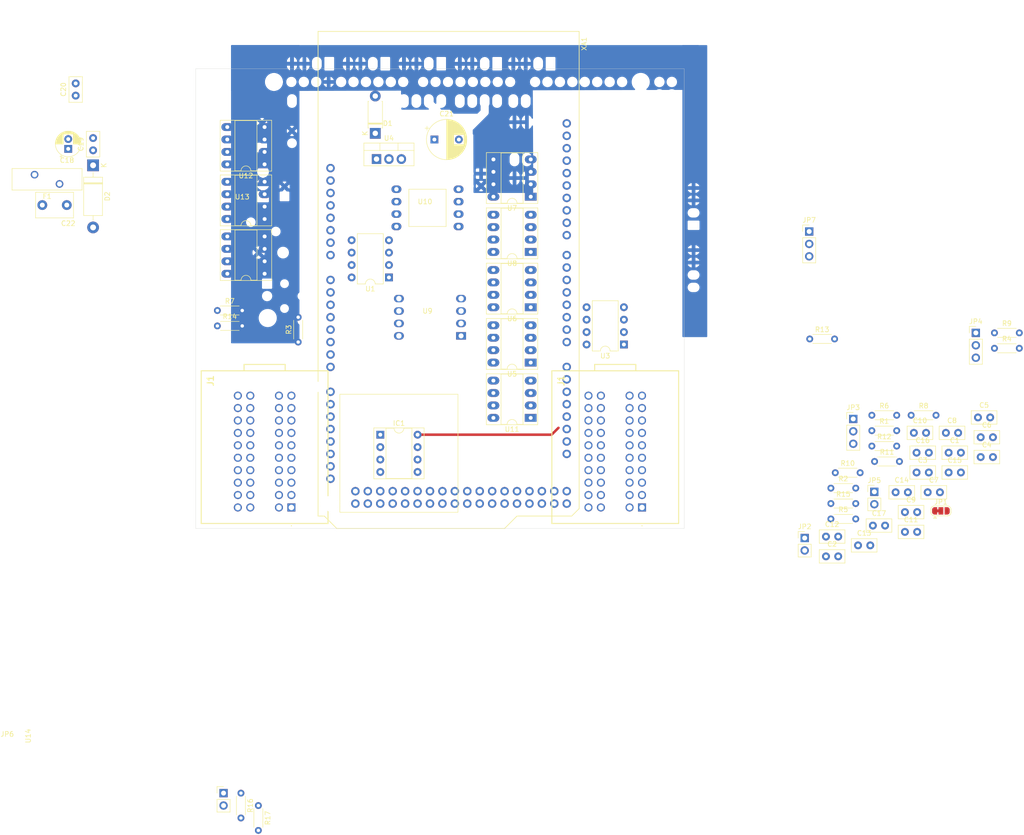
<source format=kicad_pcb>
(kicad_pcb (version 20211014) (generator pcbnew)
  (layers (0 "F.Cu" signal) (31 "B.Cu" signal) (34 "B.Paste" user) (35 "F.Paste" user) (36 "B.SilkS" user "B.Silkscreen") (37 "F.SilkS" user "F.Silkscreen") (38 "B.Mask" user) (39 "F.Mask" user) (44 "Edge.Cuts" user))
  (net 0 "")
  (net 1 "GND")
  (net 2 "VRegIn")
  (net 3 "VDD")
  (net 4 "12V-SW")
  (net 5 "VDDA")
  (net 6 "RESET")
  (net 7 "Vdrive")
  (net 8 "MCU-D8")
  (net 9 "INJ-1-OUT")
  (net 10 "MCU-D9")
  (net 11 "INJ-2-OUT")
  (net 12 "MCU-D11")
  (net 13 "INJ-4-OUT")
  (net 14 "MCU-D10")
  (net 15 "INJ-3-OUT")
  (net 16 "MCU-D38")
  (net 17 "IGN-2-OUT")
  (net 18 "MCU-D40")
  (net 19 "IGN-1-OUT")
  (net 20 "MCU-D50")
  (net 21 "IGN-4-OUT")
  (net 22 "MCU-D52")
  (net 23 "IGN-3-OUT")
  (net 42 "MCU-D53")
  (net 43 "MCU-D49")
  (net 44 "MCU-D48")
  (net 45 "MCU-D47")
  (net 46 "MCU-D46")
  (net 47 "MCU-D45")
  (net 48 "MCU-D44")
  (net 49 "MCU-D43")
  (net 50 "MCU-D42")
  (net 51 "MCU-D41")
  (net 52 "MCU-D39")
  (net 53 "MCU-D37")
  (net 54 "MCU-D36")
  (net 55 "MCU-D35")
  (net 56 "MCU-D34")
  (net 57 "MCU-D33")
  (net 58 "MCU-D32")
  (net 59 "MCU-D31")
  (net 60 "MCU-D30")
  (net 61 "MCU-D29")
  (net 62 "MCU-D28")
  (net 63 "MCU-D27")
  (net 64 "MCU-D26")
  (net 65 "MCU-D25")
  (net 66 "MCU-D24")
  (net 67 "MCU-D23")
  (net 68 "MCU-D22")
  (net 74 "MCU-A10")
  (net 75 "MCU-A9")
  (net 76 "MCU-A7")
  (net 77 "MCU-A6")
  (net 78 "MCU-A5")
  (net 79 "MCU-D12")
  (net 80 "MCU-D13")
  (net 84 "MCU-D7")
  (net 85 "MCU-D6")
  (net 86 "MCU-D5")
  (net 87 "MCU-D4")
  (net 88 "MCU-D3")
  (net 89 "MCU-D1")
  (net 90 "MCU-D0")
  (net 91 "MCU-D14")
  (net 92 "MCU-D15")
  (net 93 "MCU-D16")
  (net 94 "MCU-D17")
  (net 95 "MCU-D20")
  (net 96 "MCU-D21")
  (net 100 "MAP-EXT")
  (net 101 "IAT_Sensor")
  (net 102 "O2_Sensor")
  (net 103 "TPS_Sensor")
  (net 104 "CLT_Sensor")
  (net 105 "FAN-OUT")
  (net 106 "IDLE-OUT")
  (net 107 "FUELPUMP-OUT")
  (net 108 "BOOST-OUT")
  (net 109 "ADC-Clamp-2")
  (net 110 "ADC-Clamp-3")
  (net 111 "ADC-Clamp-5")
  (net 112 "ADC-Clamp-11")
  (net 113 "ADC-Clamp-9")
  (net 114 "ADC-Clamp-8")
  (net 115 "ADC-Clamp-6")
  (net 116 "Net-(C15-Pad1)")
  (net 117 "ADC-Clamp-12")
  (net 118 "ADC-Clamp-7")
  (net 119 "Net-(C22-Pad1)")
  (net 120 "VR1-")
  (net 121 "Net-(IC1-Pad2)")
  (net 122 "Net-(IC1-Pad3)")
  (net 123 "VR2-")
  (net 124 "Net-(JP1-Pad2)")
  (net 125 "Net-(JP1-Pad3)")
  (net 126 "CRANK-IN")
  (net 127 "Net-(JP2-Pad2)")
  (net 128 "CAM-IN")
  (net 129 "Net-(JP5-Pad2)")
  (net 130 "Clutch_in")
  (net 131 "ADC-Clamp-10")
  (net 132 "ADC-Clamp-1")
  (net 133 "ADC-Clamp-4")
  (footprint "Capacitor_THT:C_Disc_D5.0mm_W2.5mm_P2.50mm" (layer "F.Cu") (at 215.18 118.632)
    (fp_text reference "C10")
    (fp_text value "0.22uF")
  )
  (footprint "Capacitor_THT:C_Disc_D5.0mm_W2.5mm_P2.50mm" (layer "F.Cu") (at 203.78 141.632)
    (fp_text reference "C13")
    (fp_text value "0.1uF")
  )
  (footprint "Package_DIP:DIP-8_W7.62mm_Socket_LongPads" (layer "F.Cu") (at 136.906 115.57 180)
    (fp_text reference "U11")
    (fp_text value "LS_Driverv2")
  )
  (footprint "Capacitor_THT:C_Disc_D5.0mm_W2.5mm_P2.50mm" (layer "F.Cu") (at 228.84 119.532)
    (fp_text reference "C6")
    (fp_text value "470pf")
  )
  (footprint "Resistor_THT:R_Axial_DIN0204_L3.6mm_D1.6mm_P5.08mm_Horizontal" (layer "F.Cu") (at 72.898 93.624)
    (fp_text reference "R7")
    (fp_text value "1k")
  )
  (footprint "Capacitor_THT:C_Disc_D5.0mm_W2.5mm_P2.50mm" (layer "F.Cu") (at 213.36 134.832)
    (fp_text reference "C9")
    (fp_text value "0.1uF")
  )
  (footprint "LibraryLoader:9531181" (layer "F.Cu") (at 88.02 133.884 90)
    (fp_text reference "J1")
    (fp_text value "953118-1" hide)
  )
  (footprint "Capacitor_THT:C_Disc_D5.0mm_W2.5mm_P2.50mm" (layer "F.Cu") (at 222.29 126.732)
    (fp_text reference "C15")
    (fp_text value "0.1uF")
  )
  (footprint "J-Eagan:Sw_driverV1" (layer "F.Cu") (at 117.094 71.374 180)
    (fp_text reference "U10")
    (fp_text value "Sw_driverV1")
  )
  (footprint "Diode_THT:D_DO-15_P12.70mm_Horizontal" (layer "F.Cu") (at 47.508 63.942 -90)
    (fp_text reference "D2")
    (fp_text value "D_TVS")
  )
  (footprint "Connector_PinHeader_2.54mm:PinHeader_1x02_P2.54mm_Vertical" (layer "F.Cu") (at 74.158 192.273)
    (fp_text reference "JP6")
    (fp_text value "Jumper_NO_Small")
  )
  (footprint "Capacitor_THT:C_Disc_D7.5mm_W5.0mm_P5.00mm" (layer "F.Cu") (at 42.134 72.07 180)
    (fp_text reference "C22")
    (fp_text value "22uF")
  )
  (footprint "Resistor_THT:R_Axial_DIN0204_L3.6mm_D1.6mm_P5.08mm_Horizontal" (layer "F.Cu") (at 72.898 96.774)
    (fp_text reference "R14")
    (fp_text value "1k")
  )
  (footprint "Capacitor_THT:C_Disc_D5.0mm_W2.5mm_P2.50mm" (layer "F.Cu") (at 43.952 49.698 90)
    (fp_text reference "C20")
    (fp_text value "0.1uF")
  )
  (footprint "Package_DIP:DIP-8_W7.62mm" (layer "F.Cu") (at 107.95 86.868 180)
    (fp_text reference "U1")
    (fp_text value "SP721")
  )
  (footprint "Package_DIP:DIP-8_W7.62mm_Socket_LongPads" (layer "F.Cu") (at 82.55 86.106 180)
    (fp_text reference "U14")
    (fp_text value "LS_Driverv2")
  )
  (footprint "Resistor_THT:R_Axial_DIN0204_L3.6mm_D1.6mm_P5.08mm_Horizontal" (layer "F.Cu") (at 206.6 115.032)
    (fp_text reference "R6")
    (fp_text value "470R")
  )
  (footprint "Package_DIP:DIP-8_W7.62mm_Socket_LongPads" (layer "F.Cu") (at 82.54 63.744 180)
    (fp_text reference "U12")
    (fp_text value "LS_Driverv2")
  )
  (footprint "Package_DIP:DIP-8_W7.62mm_Socket_LongPads" (layer "F.Cu") (at 136.916 70.358 180)
    (fp_text reference "U7")
    (fp_text value "LS_Driverv2")
  )
  (footprint "Package_DIP:DIP-8_W7.62mm_Socket_LongPads" (layer "F.Cu") (at 136.906 104.267 180)
    (fp_text reference "U5")
    (fp_text value "LS_Driverv2")
  )
  (footprint "Connector_PinHeader_2.54mm:PinHeader_1x03_P2.54mm_Vertical" (layer "F.Cu") (at 202.8 115.782)
    (fp_text reference "JP3")
    (fp_text value "VR-HALL")
  )
  (footprint "Connector_PinHeader_2.54mm:PinHeader_1x03_P2.54mm_Vertical" (layer "F.Cu") (at 193.802 77.47)
    (fp_text reference "JP7")
    (fp_text value "Ignition Voltage")
  )
  (footprint "Fuse:Fuse_BelFuse_0ZRE0055FF_L14.0mm_W4.1mm" (layer "F.Cu") (at 40.65 67.752 180)
    (fp_text reference "F1")
    (fp_text value "Polyfuse")
  )
  (footprint "Resistor_THT:R_Axial_DIN0204_L3.6mm_D1.6mm_P5.08mm_Horizontal" (layer "F.Cu") (at 89.408 100.076 90)
    (fp_text reference "R3")
    (fp_text value "470R")
  )
  (footprint "Resistor_THT:R_Axial_DIN0204_L3.6mm_D1.6mm_P5.08mm_Horizontal" (layer "F.Cu") (at 231.648 98.196)
    (fp_text reference "R9")
    (fp_text value "3.9k")
  )
  (footprint "Capacitor_THT:C_Disc_D5.0mm_W2.5mm_P2.50mm" (layer "F.Cu") (at 221.73 118.632)
    (fp_text reference "C8")
    (fp_text value "0.22uF")
  )
  (footprint "Resistor_THT:R_Axial_DIN0204_L3.6mm_D1.6mm_P5.08mm_Horizontal" (layer "F.Cu") (at 214.63 115.032)
    (fp_text reference "R8")
    (fp_text value "2.49k")
  )
  (footprint "Resistor_THT:R_Axial_DIN0204_L3.6mm_D1.6mm_P5.08mm_Horizontal" (layer "F.Cu") (at 207.16 124.482)
    (fp_text reference "R11")
    (fp_text value "470R")
  )
  (footprint "Capacitor_THT:C_Disc_D5.0mm_W2.5mm_P2.50mm" (layer "F.Cu") (at 197.23 139.832)
    (fp_text reference "C12")
    (fp_text value "0.1uF")
  )
  (footprint "Resistor_THT:R_Axial_DIN0204_L3.6mm_D1.6mm_P5.08mm_Horizontal" (layer "F.Cu") (at 77.714 192.278 -90)
    (fp_text reference "R16")
    (fp_text value "120R")
  )
  (footprint "Resistor_THT:R_Axial_DIN0204_L3.6mm_D1.6mm_P5.08mm_Horizontal" (layer "F.Cu") (at 193.91 99.44)
    (fp_text reference "R13")
    (fp_text value "1k")
  )
  (footprint "Capacitor_THT:C_Disc_D5.0mm_W2.5mm_P2.50mm" (layer "F.Cu") (at 222.29 122.682)
    (fp_text reference "C1")
    (fp_text value "0.01uF")
  )
  (footprint "Package_TO_SOT_THT:TO-220-3_Vertical" (layer "F.Cu") (at 105.41 62.667)
    (fp_text reference "U4")
    (fp_text value "LM2940S-5.0")
  )
  (footprint "Capacitor_THT:CP_Radial_D8.0mm_P5.00mm" (layer "F.Cu") (at 117.231349 58.674)
    (fp_text reference "C21")
    (fp_text value "47uF")
  )
  (footprint "Capacitor_THT:C_Disc_D5.0mm_W2.5mm_P2.50mm" (layer "F.Cu") (at 218.01 130.782)
    (fp_text reference "C7")
    (fp_text value "0.1uF")
  )
  (footprint "Resistor_THT:R_Axial_DIN0204_L3.6mm_D1.6mm_P5.08mm_Horizontal" (layer "F.Cu") (at 81.27 194.818 -90)
    (fp_text reference "R17")
    (fp_text value "10k")
  )
  (footprint "J-Eagan:Arduino_Mega2560_Shield" (layer "F.Cu") (at 93.472 36.576 -90)
    (fp_text reference "XA1")
    (fp_text value "Arduino_Mega2560_Shield")
  )
  (footprint "Resistor_THT:R_Axial_DIN0204_L3.6mm_D1.6mm_P5.08mm_Horizontal" (layer "F.Cu") (at 199.13 126.782)
    (fp_text reference "R10")
    (fp_text value "470R")
  )
  (footprint "Capacitor_THT:C_Disc_D5.0mm_W2.5mm_P2.50mm" (layer "F.Cu") (at 215.74 126.732)
    (fp_text reference "C3")
    (fp_text value "470pf")
  )
  (footprint "Capacitor_THT:C_Disc_D5.0mm_W2.5mm_P2.50mm" (layer "F.Cu") (at 47.508 60.874 90)
    (fp_text reference "C19")
    (fp_text value "0.1uF")
  )
  (footprint "Connector_PinHeader_2.54mm:PinHeader_1x03_P2.54mm_Vertical" (layer "F.Cu") (at 227.848 98.196)
    (fp_text reference "JP4")
    (fp_text value "VR-HALL")
  )
  (footprint "LibraryLoader:9531181" (layer "F.Cu") (at 159.648 133.884 90)
    (fp_text reference "J1")
    (fp_text value "953118-1" hide)
  )
  (footprint "Capacitor_THT:C_Disc_D5.0mm_W2.5mm_P2.50mm" (layer "F.Cu") (at 206.81 137.582)
    (fp_text reference "C17")
    (fp_text value "0.22uF")
  )
  (footprint "Resistor_THT:R_Axial_DIN0204_L3.6mm_D1.6mm_P5.08mm_Horizontal" (layer "F.Cu") (at 231.648 101.346)
    (fp_text reference "R4")
    (fp_text value "2.49k")
  )
  (footprint "Resistor_THT:R_Axial_DIN0204_L3.6mm_D1.6mm_P5.08mm_Horizontal" (layer "F.Cu") (at 198.23 133.082)
    (fp_text reference "R15")
    (fp_text value "2.4k")
  )
  (footprint "J-Eagan:Sw_driverV1" (layer "F.Cu") (at 117.602 93.726 180)
    (fp_text reference "U9")
    (fp_text value "Sw_driverV1")
  )
  (footprint "Capacitor_THT:C_Disc_D5.0mm_W2.5mm_P2.50mm" (layer "F.Cu") (at 228.84 123.582)
    (fp_text reference "C4")
    (fp_text value "0.1uF")
  )
  (footprint "Package_DIP:DIP-8_W7.62mm_Socket_LongPads" (layer "F.Cu") (at 82.55 74.925 180)
    (fp_text reference "U13")
    (fp_text value "LS_Driverv2")
  )
  (footprint "Capacitor_THT:C_Disc_D5.0mm_W2.5mm_P2.50mm" (layer "F.Cu") (at 213.36 138.882)
    (fp_text reference "C11")
    (fp_text value "0.01uF")
  )
  (footprint "Jumper:SolderJumper-3_P1.3mm_Bridged12_RoundedPad1.0x1.5mm" (layer "F.Cu") (at 220.71 134.582)
    (fp_text reference "JP1")
    (fp_text value "Jumper_3_Bridged12")
  )
  (footprint "Capacitor_THT:C_Disc_D5.0mm_W2.5mm_P2.50mm" (layer "F.Cu") (at 211.46 130.782)
    (fp_text reference "C14")
    (fp_text value "0.22uF")
  )
  (footprint "Resistor_THT:R_Axial_DIN0204_L3.6mm_D1.6mm_P5.08mm_Horizontal" (layer "F.Cu") (at 198.23 129.932)
    (fp_text reference "R2")
    (fp_text value "470R")
  )
  (footprint "Resistor_THT:R_Axial_DIN0204_L3.6mm_D1.6mm_P5.08mm_Horizontal" (layer "F.Cu") (at 206.6 121.332)
    (fp_text reference "R12")
    (fp_text value "1k")
  )
  (footprint "Package_DIP:DIP-8_W7.62mm_Socket_LongPads" (layer "F.Cu") (at 136.916 81.661 180)
    (fp_text reference "U8")
    (fp_text value "LS_Driverv2")
  )
  (footprint "Resistor_THT:R_Axial_DIN0204_L3.6mm_D1.6mm_P5.08mm_Horizontal" (layer "F.Cu") (at 206.6 118.182)
    (fp_text reference "R1")
    (fp_text value "470R")
  )
  (footprint "Capacitor_THT:C_Disc_D5.0mm_W2.5mm_P2.50mm" (layer "F.Cu") (at 215.74 122.682)
    (fp_text reference "C16")
    (fp_text value "0.22uF")
  )
  (footprint "Connector_PinHeader_2.54mm:PinHeader_1x02_P2.54mm_Vertical" (layer "F.Cu") (at 207.11 130.682)
    (fp_text reference "JP5")
    (fp_text value "PULL-UP")
  )
  (footprint "Resistor_THT:R_Axial_DIN0204_L3.6mm_D1.6mm_P5.08mm_Horizontal" (layer "F.Cu") (at 198.23 136.232)
    (fp_text reference "R5")
    (fp_text value "470R")
  )
  (footprint "Capacitor_THT:CP_Radial_D5.0mm_P2.00mm" (layer "F.Cu") (at 42.428 60.579112 90)
    (fp_text reference "C18")
    (fp_text value "10uF")
  )
  (footprint "Connector_PinHeader_2.54mm:PinHeader_1x02_P2.54mm_Vertical" (layer "F.Cu") (at 192.88 140.132)
    (fp_text reference "JP2")
    (fp_text value "PULL-UP")
  )
  (footprint "Diode_THT:D_DO-41_SOD81_P7.62mm_Horizontal" (layer "F.Cu") (at 105.156 57.404 90)
    (fp_text reference "D1")
    (fp_text value "SB230TA")
  )
  (footprint "Package_DIP:DIP-8_W7.62mm_Socket" (layer "F.Cu") (at 106.182 119.009)
    (fp_text reference "IC1")
    (fp_text value "Trig Cond Socket")
  )
  (footprint "Package_DIP:DIP-8_W7.62mm" (layer "F.Cu") (at 155.946 100.574 180)
    (fp_text reference "U3")
    (fp_text value "SP721")
  )
  (footprint "Capacitor_THT:C_Disc_D5.0mm_W2.5mm_P2.50mm" (layer "F.Cu") (at 228.28 115.482)
    (fp_text reference "C5")
    (fp_text value "0.22uF")
  )
  (footprint "Capacitor_THT:C_Disc_D5.0mm_W2.5mm_P2.50mm" (layer "F.Cu") (at 197.23 143.882)
    (fp_text reference "C2")
    (fp_text value "1uF")
  )
  (footprint "Package_DIP:DIP-8_W7.62mm_Socket_LongPads" (layer "F.Cu") (at 136.916 92.964 180)
    (fp_text reference "U6")
    (fp_text value "LS_Driverv2")
  )
  (gr_rect (start 122.047 134.874) (end 97.917 110.744) (layer "F.SilkS") (width 0.12) (fill none))
  (gr_rect (start 68.453 44.196) (end 168.275 138.176) (layer "Edge.Cuts") (width 0.05) (fill none))
  (segment (start 141.1745 119.009) (end 142.5815 117.602) (width 0.508) (layer "F.Cu") (net 113))
  (segment (start 113.802 119.009) (end 141.1745 119.009) (width 0.508) (layer "F.Cu") (net 113))
  (zone (net 1) (net_name "GND") (layer "B.Cu") (connect_pads (clearance 0.2)) (min_thickness 0.254) (fill yes (thermal_gap 0.254) (thermal_bridge_width 0.762))
    (polygon (pts (xy 171.207498 48.519374) (xy 75.703498 48.773374) (xy 75.692 39.37) (xy 171.196 39.37)))
  )
  (zone (net 1) (net_name "GND") (layer "B.Cu") (connect_pads (clearance 0.2)) (min_thickness 0.254) (fill yes (thermal_gap 0.254) (thermal_bridge_width 0.762))
    (polygon (pts (xy 137.414 63.543753) (xy 137.412744 69.595979) (xy 129.667 69.596) (xy 125.222 69.596) (xy 125.18426 57.69679) (xy 120.396 52.578) (xy 110.49 52.578) (xy 110.236 39.624) (xy 137.292079 39.655129)))
  )
  (zone (net 1) (net_name "GND") (layer "B.Cu") (connect_pads (clearance 0.2)) (min_thickness 0.254) (fill yes (thermal_gap 0.254) (thermal_bridge_width 0.762))
    (polygon (pts (xy 172.974 99.06) (xy 167.894 99.06) (xy 167.894 39.37) (xy 172.974 39.37)))
  )
  (zone (net 1) (net_name "GND") (layer "B.Cu") (connect_pads (clearance 0.2)) (min_thickness 0.254) (fill yes (thermal_gap 0.254) (thermal_bridge_width 0.762))
    (polygon (pts (xy 89.662 100.33) (xy 75.692 100.33) (xy 75.692 39.37) (xy 89.662 39.37)))
  )
)
</source>
